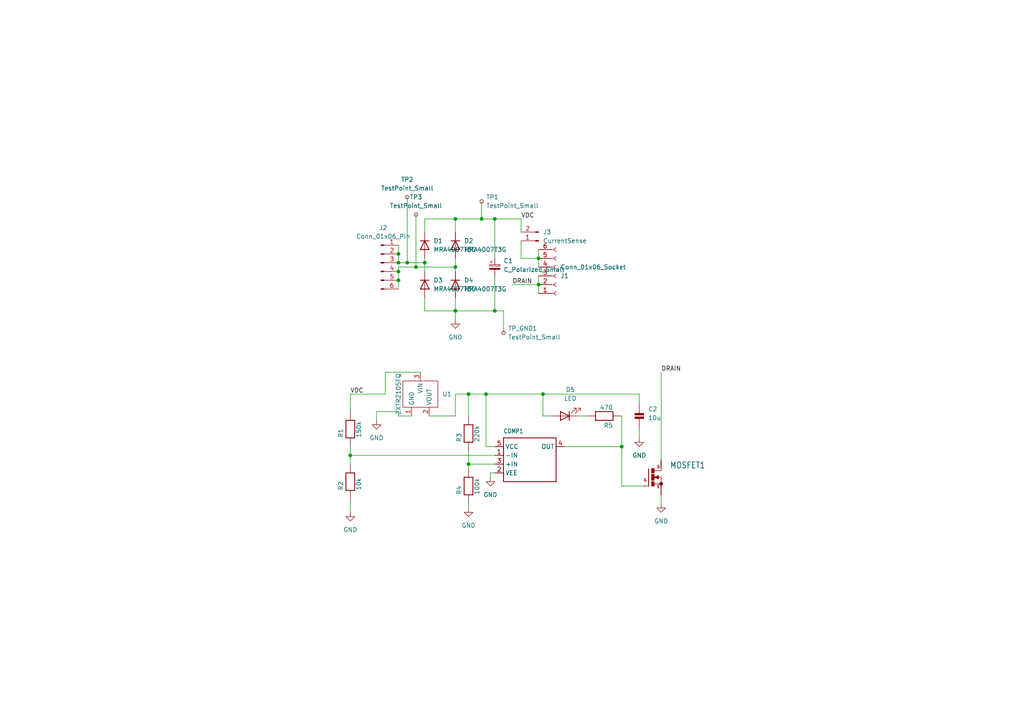
<source format=kicad_sch>
(kicad_sch (version 20230121) (generator eeschema)

  (uuid 03440668-3c82-43a1-ba2d-386432dd9ccf)

  (paper "A4")

  (lib_symbols
    (symbol "BRD-STEP-2_V1.1-eagle-import:BA8391G-TR" (in_bom yes) (on_board yes)
      (property "Reference" "COMP" (at -7.62 8.89 0)
        (effects (font (size 1.27 1.0795)) (justify left bottom))
      )
      (property "Value" "" (at -7.62 -7.62 0)
        (effects (font (size 1.27 1.0795)) (justify left bottom))
      )
      (property "Footprint" "BRD-STEP-2_V1.1:SS0P5" (at 0 0 0)
        (effects (font (size 1.27 1.27)) hide)
      )
      (property "Datasheet" "" (at 0 0 0)
        (effects (font (size 1.27 1.27)) hide)
      )
      (property "ki_locked" "" (at 0 0 0)
        (effects (font (size 1.27 1.27)))
      )
      (symbol "BA8391G-TR_1_0"
        (polyline
          (pts
            (xy -7.62 -5.08)
            (xy -7.62 7.62)
          )
          (stroke (width 0.254) (type solid))
          (fill (type none))
        )
        (polyline
          (pts
            (xy -7.62 7.62)
            (xy 7.62 7.62)
          )
          (stroke (width 0.254) (type solid))
          (fill (type none))
        )
        (polyline
          (pts
            (xy 7.62 -5.08)
            (xy -7.62 -5.08)
          )
          (stroke (width 0.254) (type solid))
          (fill (type none))
        )
        (polyline
          (pts
            (xy 7.62 7.62)
            (xy 7.62 -5.08)
          )
          (stroke (width 0.254) (type solid))
          (fill (type none))
        )
        (pin bidirectional line (at -10.16 2.54 0) (length 2.54)
          (name "-IN" (effects (font (size 1.27 1.27))))
          (number "1" (effects (font (size 1.27 1.27))))
        )
        (pin bidirectional line (at -10.16 -2.54 0) (length 2.54)
          (name "VEE" (effects (font (size 1.27 1.27))))
          (number "2" (effects (font (size 1.27 1.27))))
        )
        (pin bidirectional line (at -10.16 0 0) (length 2.54)
          (name "+IN" (effects (font (size 1.27 1.27))))
          (number "3" (effects (font (size 1.27 1.27))))
        )
        (pin bidirectional line (at 10.16 5.08 180) (length 2.54)
          (name "OUT" (effects (font (size 1.27 1.27))))
          (number "4" (effects (font (size 1.27 1.27))))
        )
        (pin bidirectional line (at -10.16 5.08 0) (length 2.54)
          (name "VCC" (effects (font (size 1.27 1.27))))
          (number "5" (effects (font (size 1.27 1.27))))
        )
      )
    )
    (symbol "BRD-STEP-2_V1.1-eagle-import:CAP_CERAMIC0805" (in_bom yes) (on_board yes)
      (property "Reference" "C" (at 2.54 2.54 0)
        (effects (font (size 1.27 1.27)) (justify left bottom))
      )
      (property "Value" "" (at 2.54 0 0)
        (effects (font (size 1.27 1.27)) (justify left bottom))
      )
      (property "Footprint" "BRD-STEP-2_V1.1:0805" (at 0 0 0)
        (effects (font (size 1.27 1.27)) hide)
      )
      (property "Datasheet" "" (at 0 0 0)
        (effects (font (size 1.27 1.27)) hide)
      )
      (property "ki_locked" "" (at 0 0 0)
        (effects (font (size 1.27 1.27)))
      )
      (symbol "CAP_CERAMIC0805_1_0"
        (rectangle (start -1.27 0.508) (end 1.27 1.016)
          (stroke (width 0) (type default))
          (fill (type outline))
        )
        (rectangle (start -1.27 1.524) (end 1.27 2.032)
          (stroke (width 0) (type default))
          (fill (type outline))
        )
        (polyline
          (pts
            (xy 0 0.762)
            (xy 0 0)
          )
          (stroke (width 0.1524) (type solid))
          (fill (type none))
        )
        (polyline
          (pts
            (xy 0 2.54)
            (xy 0 1.778)
          )
          (stroke (width 0.1524) (type solid))
          (fill (type none))
        )
        (pin passive line (at 0 5.08 270) (length 2.54)
          (name "P$1" (effects (font (size 0 0))))
          (number "1" (effects (font (size 0 0))))
        )
        (pin passive line (at 0 -2.54 90) (length 2.54)
          (name "P$2" (effects (font (size 0 0))))
          (number "2" (effects (font (size 0 0))))
        )
      )
    )
    (symbol "BRD-STEP-2_V1.1-eagle-import:N-MOSFET-SO8S" (in_bom yes) (on_board yes)
      (property "Reference" "Q" (at 5.08 2.54 0)
        (effects (font (size 1.778 1.5113)) (justify left bottom))
      )
      (property "Value" "" (at 5.08 0 0)
        (effects (font (size 1.778 1.5113)) (justify left bottom))
      )
      (property "Footprint" "BRD-STEP-2_V1.1:SO-08" (at 0 0 0)
        (effects (font (size 1.27 1.27)) hide)
      )
      (property "Datasheet" "" (at 0 0 0)
        (effects (font (size 1.27 1.27)) hide)
      )
      (property "ki_locked" "" (at 0 0 0)
        (effects (font (size 1.27 1.27)))
      )
      (symbol "N-MOSFET-SO8S_1_0"
        (rectangle (start -0.254 -2.54) (end 0.508 -1.27)
          (stroke (width 0) (type default))
          (fill (type outline))
        )
        (rectangle (start -0.254 -0.889) (end 0.508 0.889)
          (stroke (width 0) (type default))
          (fill (type outline))
        )
        (rectangle (start -0.254 1.27) (end 0.508 2.54)
          (stroke (width 0) (type default))
          (fill (type outline))
        )
        (polyline
          (pts
            (xy -1.1176 -2.54)
            (xy -2.54 -2.54)
          )
          (stroke (width 0.1524) (type solid))
          (fill (type none))
        )
        (polyline
          (pts
            (xy -1.1176 2.413)
            (xy -1.1176 -2.54)
          )
          (stroke (width 0.254) (type solid))
          (fill (type none))
        )
        (polyline
          (pts
            (xy 0.508 -1.905)
            (xy 2.54 -1.905)
          )
          (stroke (width 0.1524) (type solid))
          (fill (type none))
        )
        (polyline
          (pts
            (xy 0.508 0)
            (xy 1.778 -0.508)
          )
          (stroke (width 0.1524) (type solid))
          (fill (type none))
        )
        (polyline
          (pts
            (xy 0.762 0)
            (xy 1.651 -0.254)
          )
          (stroke (width 0.3048) (type solid))
          (fill (type none))
        )
        (polyline
          (pts
            (xy 1.651 -0.254)
            (xy 1.651 0)
          )
          (stroke (width 0.3048) (type solid))
          (fill (type none))
        )
        (polyline
          (pts
            (xy 1.651 0)
            (xy 1.397 0)
          )
          (stroke (width 0.3048) (type solid))
          (fill (type none))
        )
        (polyline
          (pts
            (xy 1.651 0)
            (xy 2.54 0)
          )
          (stroke (width 0.1524) (type solid))
          (fill (type none))
        )
        (polyline
          (pts
            (xy 1.651 0.254)
            (xy 0.762 0)
          )
          (stroke (width 0.3048) (type solid))
          (fill (type none))
        )
        (polyline
          (pts
            (xy 1.778 -0.508)
            (xy 1.778 0.508)
          )
          (stroke (width 0.1524) (type solid))
          (fill (type none))
        )
        (polyline
          (pts
            (xy 1.778 0.508)
            (xy 0.508 0)
          )
          (stroke (width 0.1524) (type solid))
          (fill (type none))
        )
        (polyline
          (pts
            (xy 2.54 -1.905)
            (xy 2.54 -2.54)
          )
          (stroke (width 0.1524) (type solid))
          (fill (type none))
        )
        (polyline
          (pts
            (xy 2.54 0)
            (xy 2.54 -1.905)
          )
          (stroke (width 0.1524) (type solid))
          (fill (type none))
        )
        (polyline
          (pts
            (xy 2.54 1.905)
            (xy 0.5334 1.905)
          )
          (stroke (width 0.1524) (type solid))
          (fill (type none))
        )
        (polyline
          (pts
            (xy 2.54 2.54)
            (xy 2.54 1.905)
          )
          (stroke (width 0.1524) (type solid))
          (fill (type none))
        )
        (circle (center 2.54 -1.905) (radius 0.127)
          (stroke (width 0.4064) (type solid))
          (fill (type none))
        )
        (text "D" (at 1.27 2.54 0)
          (effects (font (size 0.8128 0.6908)) (justify left bottom))
        )
        (text "G" (at -2.54 -1.27 0)
          (effects (font (size 0.8128 0.6908)) (justify left bottom))
        )
        (text "S" (at 1.27 -3.175 0)
          (effects (font (size 0.8128 0.6908)) (justify left bottom))
        )
        (pin passive line (at 2.54 -5.08 90) (length 2.54)
          (name "S" (effects (font (size 0 0))))
          (number "1" (effects (font (size 0 0))))
        )
        (pin passive line (at 2.54 -5.08 90) (length 2.54)
          (name "S" (effects (font (size 0 0))))
          (number "2" (effects (font (size 0 0))))
        )
        (pin passive line (at 2.54 -5.08 90) (length 2.54)
          (name "S" (effects (font (size 0 0))))
          (number "3" (effects (font (size 0 0))))
        )
        (pin passive line (at -2.54 -2.54 0) (length 0)
          (name "G" (effects (font (size 0 0))))
          (number "4" (effects (font (size 0 0))))
        )
        (pin passive line (at 2.54 5.08 270) (length 2.54)
          (name "D" (effects (font (size 0 0))))
          (number "5" (effects (font (size 0 0))))
        )
        (pin passive line (at 2.54 5.08 270) (length 2.54)
          (name "D" (effects (font (size 0 0))))
          (number "6" (effects (font (size 0 0))))
        )
        (pin passive line (at 2.54 5.08 270) (length 2.54)
          (name "D" (effects (font (size 0 0))))
          (number "7" (effects (font (size 0 0))))
        )
        (pin passive line (at 2.54 5.08 270) (length 2.54)
          (name "D" (effects (font (size 0 0))))
          (number "8" (effects (font (size 0 0))))
        )
      )
    )
    (symbol "BRD-STEP-2_V1.1-eagle-import:RESISTOR0603" (in_bom yes) (on_board yes)
      (property "Reference" "R" (at -2.54 2.032 0)
        (effects (font (size 1.27 1.27)) (justify left bottom))
      )
      (property "Value" "" (at -2.54 -3.175 0)
        (effects (font (size 1.27 1.27)) (justify left bottom))
      )
      (property "Footprint" "BRD-STEP-2_V1.1:0603" (at 0 0 0)
        (effects (font (size 1.27 1.27)) hide)
      )
      (property "Datasheet" "" (at 0 0 0)
        (effects (font (size 1.27 1.27)) hide)
      )
      (property "ki_locked" "" (at 0 0 0)
        (effects (font (size 1.27 1.27)))
      )
      (symbol "RESISTOR0603_1_0"
        (polyline
          (pts
            (xy -2.54 -1.27)
            (xy -2.54 1.27)
          )
          (stroke (width 0.254) (type solid))
          (fill (type none))
        )
        (polyline
          (pts
            (xy -2.54 1.27)
            (xy 2.54 1.27)
          )
          (stroke (width 0.254) (type solid))
          (fill (type none))
        )
        (polyline
          (pts
            (xy 2.54 -1.27)
            (xy -2.54 -1.27)
          )
          (stroke (width 0.254) (type solid))
          (fill (type none))
        )
        (polyline
          (pts
            (xy 2.54 1.27)
            (xy 2.54 -1.27)
          )
          (stroke (width 0.254) (type solid))
          (fill (type none))
        )
        (pin passive line (at -5.08 0 0) (length 2.54)
          (name "1" (effects (font (size 0 0))))
          (number "1" (effects (font (size 0 0))))
        )
        (pin passive line (at 5.08 0 180) (length 2.54)
          (name "2" (effects (font (size 0 0))))
          (number "2" (effects (font (size 0 0))))
        )
      )
    )
    (symbol "Connector:Conn_01x02_Pin" (pin_names (offset 1.016) hide) (in_bom yes) (on_board yes)
      (property "Reference" "J" (at 0 2.54 0)
        (effects (font (size 1.27 1.27)))
      )
      (property "Value" "Conn_01x02_Pin" (at 0 -5.08 0)
        (effects (font (size 1.27 1.27)))
      )
      (property "Footprint" "" (at 0 0 0)
        (effects (font (size 1.27 1.27)) hide)
      )
      (property "Datasheet" "~" (at 0 0 0)
        (effects (font (size 1.27 1.27)) hide)
      )
      (property "ki_locked" "" (at 0 0 0)
        (effects (font (size 1.27 1.27)))
      )
      (property "ki_keywords" "connector" (at 0 0 0)
        (effects (font (size 1.27 1.27)) hide)
      )
      (property "ki_description" "Generic connector, single row, 01x02, script generated" (at 0 0 0)
        (effects (font (size 1.27 1.27)) hide)
      )
      (property "ki_fp_filters" "Connector*:*_1x??_*" (at 0 0 0)
        (effects (font (size 1.27 1.27)) hide)
      )
      (symbol "Conn_01x02_Pin_1_1"
        (polyline
          (pts
            (xy 1.27 -2.54)
            (xy 0.8636 -2.54)
          )
          (stroke (width 0.1524) (type default))
          (fill (type none))
        )
        (polyline
          (pts
            (xy 1.27 0)
            (xy 0.8636 0)
          )
          (stroke (width 0.1524) (type default))
          (fill (type none))
        )
        (rectangle (start 0.8636 -2.413) (end 0 -2.667)
          (stroke (width 0.1524) (type default))
          (fill (type outline))
        )
        (rectangle (start 0.8636 0.127) (end 0 -0.127)
          (stroke (width 0.1524) (type default))
          (fill (type outline))
        )
        (pin passive line (at 5.08 0 180) (length 3.81)
          (name "Pin_1" (effects (font (size 1.27 1.27))))
          (number "1" (effects (font (size 1.27 1.27))))
        )
        (pin passive line (at 5.08 -2.54 180) (length 3.81)
          (name "Pin_2" (effects (font (size 1.27 1.27))))
          (number "2" (effects (font (size 1.27 1.27))))
        )
      )
    )
    (symbol "Connector:Conn_01x06_Pin" (pin_names (offset 1.016) hide) (in_bom yes) (on_board yes)
      (property "Reference" "J" (at 0 7.62 0)
        (effects (font (size 1.27 1.27)))
      )
      (property "Value" "Conn_01x06_Pin" (at 0 -10.16 0)
        (effects (font (size 1.27 1.27)))
      )
      (property "Footprint" "" (at 0 0 0)
        (effects (font (size 1.27 1.27)) hide)
      )
      (property "Datasheet" "~" (at 0 0 0)
        (effects (font (size 1.27 1.27)) hide)
      )
      (property "ki_locked" "" (at 0 0 0)
        (effects (font (size 1.27 1.27)))
      )
      (property "ki_keywords" "connector" (at 0 0 0)
        (effects (font (size 1.27 1.27)) hide)
      )
      (property "ki_description" "Generic connector, single row, 01x06, script generated" (at 0 0 0)
        (effects (font (size 1.27 1.27)) hide)
      )
      (property "ki_fp_filters" "Connector*:*_1x??_*" (at 0 0 0)
        (effects (font (size 1.27 1.27)) hide)
      )
      (symbol "Conn_01x06_Pin_1_1"
        (polyline
          (pts
            (xy 1.27 -7.62)
            (xy 0.8636 -7.62)
          )
          (stroke (width 0.1524) (type default))
          (fill (type none))
        )
        (polyline
          (pts
            (xy 1.27 -5.08)
            (xy 0.8636 -5.08)
          )
          (stroke (width 0.1524) (type default))
          (fill (type none))
        )
        (polyline
          (pts
            (xy 1.27 -2.54)
            (xy 0.8636 -2.54)
          )
          (stroke (width 0.1524) (type default))
          (fill (type none))
        )
        (polyline
          (pts
            (xy 1.27 0)
            (xy 0.8636 0)
          )
          (stroke (width 0.1524) (type default))
          (fill (type none))
        )
        (polyline
          (pts
            (xy 1.27 2.54)
            (xy 0.8636 2.54)
          )
          (stroke (width 0.1524) (type default))
          (fill (type none))
        )
        (polyline
          (pts
            (xy 1.27 5.08)
            (xy 0.8636 5.08)
          )
          (stroke (width 0.1524) (type default))
          (fill (type none))
        )
        (rectangle (start 0.8636 -7.493) (end 0 -7.747)
          (stroke (width 0.1524) (type default))
          (fill (type outline))
        )
        (rectangle (start 0.8636 -4.953) (end 0 -5.207)
          (stroke (width 0.1524) (type default))
          (fill (type outline))
        )
        (rectangle (start 0.8636 -2.413) (end 0 -2.667)
          (stroke (width 0.1524) (type default))
          (fill (type outline))
        )
        (rectangle (start 0.8636 0.127) (end 0 -0.127)
          (stroke (width 0.1524) (type default))
          (fill (type outline))
        )
        (rectangle (start 0.8636 2.667) (end 0 2.413)
          (stroke (width 0.1524) (type default))
          (fill (type outline))
        )
        (rectangle (start 0.8636 5.207) (end 0 4.953)
          (stroke (width 0.1524) (type default))
          (fill (type outline))
        )
        (pin passive line (at 5.08 5.08 180) (length 3.81)
          (name "Pin_1" (effects (font (size 1.27 1.27))))
          (number "1" (effects (font (size 1.27 1.27))))
        )
        (pin passive line (at 5.08 2.54 180) (length 3.81)
          (name "Pin_2" (effects (font (size 1.27 1.27))))
          (number "2" (effects (font (size 1.27 1.27))))
        )
        (pin passive line (at 5.08 0 180) (length 3.81)
          (name "Pin_3" (effects (font (size 1.27 1.27))))
          (number "3" (effects (font (size 1.27 1.27))))
        )
        (pin passive line (at 5.08 -2.54 180) (length 3.81)
          (name "Pin_4" (effects (font (size 1.27 1.27))))
          (number "4" (effects (font (size 1.27 1.27))))
        )
        (pin passive line (at 5.08 -5.08 180) (length 3.81)
          (name "Pin_5" (effects (font (size 1.27 1.27))))
          (number "5" (effects (font (size 1.27 1.27))))
        )
        (pin passive line (at 5.08 -7.62 180) (length 3.81)
          (name "Pin_6" (effects (font (size 1.27 1.27))))
          (number "6" (effects (font (size 1.27 1.27))))
        )
      )
    )
    (symbol "Connector:Conn_01x06_Socket" (pin_names (offset 1.016) hide) (in_bom yes) (on_board yes)
      (property "Reference" "J" (at 0 7.62 0)
        (effects (font (size 1.27 1.27)))
      )
      (property "Value" "Conn_01x06_Socket" (at 0 -10.16 0)
        (effects (font (size 1.27 1.27)))
      )
      (property "Footprint" "" (at 0 0 0)
        (effects (font (size 1.27 1.27)) hide)
      )
      (property "Datasheet" "~" (at 0 0 0)
        (effects (font (size 1.27 1.27)) hide)
      )
      (property "ki_locked" "" (at 0 0 0)
        (effects (font (size 1.27 1.27)))
      )
      (property "ki_keywords" "connector" (at 0 0 0)
        (effects (font (size 1.27 1.27)) hide)
      )
      (property "ki_description" "Generic connector, single row, 01x06, script generated" (at 0 0 0)
        (effects (font (size 1.27 1.27)) hide)
      )
      (property "ki_fp_filters" "Connector*:*_1x??_*" (at 0 0 0)
        (effects (font (size 1.27 1.27)) hide)
      )
      (symbol "Conn_01x06_Socket_1_1"
        (arc (start 0 -7.112) (mid -0.5058 -7.62) (end 0 -8.128)
          (stroke (width 0.1524) (type default))
          (fill (type none))
        )
        (arc (start 0 -4.572) (mid -0.5058 -5.08) (end 0 -5.588)
          (stroke (width 0.1524) (type default))
          (fill (type none))
        )
        (arc (start 0 -2.032) (mid -0.5058 -2.54) (end 0 -3.048)
          (stroke (width 0.1524) (type default))
          (fill (type none))
        )
        (polyline
          (pts
            (xy -1.27 -7.62)
            (xy -0.508 -7.62)
          )
          (stroke (width 0.1524) (type default))
          (fill (type none))
        )
        (polyline
          (pts
            (xy -1.27 -5.08)
            (xy -0.508 -5.08)
          )
          (stroke (width 0.1524) (type default))
          (fill (type none))
        )
        (polyline
          (pts
            (xy -1.27 -2.54)
            (xy -0.508 -2.54)
          )
          (stroke (width 0.1524) (type default))
          (fill (type none))
        )
        (polyline
          (pts
            (xy -1.27 0)
            (xy -0.508 0)
          )
          (stroke (width 0.1524) (type default))
          (fill (type none))
        )
        (polyline
          (pts
            (xy -1.27 2.54)
            (xy -0.508 2.54)
          )
          (stroke (width 0.1524) (type default))
          (fill (type none))
        )
        (polyline
          (pts
            (xy -1.27 5.08)
            (xy -0.508 5.08)
          )
          (stroke (width 0.1524) (type default))
          (fill (type none))
        )
        (arc (start 0 0.508) (mid -0.5058 0) (end 0 -0.508)
          (stroke (width 0.1524) (type default))
          (fill (type none))
        )
        (arc (start 0 3.048) (mid -0.5058 2.54) (end 0 2.032)
          (stroke (width 0.1524) (type default))
          (fill (type none))
        )
        (arc (start 0 5.588) (mid -0.5058 5.08) (end 0 4.572)
          (stroke (width 0.1524) (type default))
          (fill (type none))
        )
        (pin passive line (at -5.08 5.08 0) (length 3.81)
          (name "Pin_1" (effects (font (size 1.27 1.27))))
          (number "1" (effects (font (size 1.27 1.27))))
        )
        (pin passive line (at -5.08 2.54 0) (length 3.81)
          (name "Pin_2" (effects (font (size 1.27 1.27))))
          (number "2" (effects (font (size 1.27 1.27))))
        )
        (pin passive line (at -5.08 0 0) (length 3.81)
          (name "Pin_3" (effects (font (size 1.27 1.27))))
          (number "3" (effects (font (size 1.27 1.27))))
        )
        (pin passive line (at -5.08 -2.54 0) (length 3.81)
          (name "Pin_4" (effects (font (size 1.27 1.27))))
          (number "4" (effects (font (size 1.27 1.27))))
        )
        (pin passive line (at -5.08 -5.08 0) (length 3.81)
          (name "Pin_5" (effects (font (size 1.27 1.27))))
          (number "5" (effects (font (size 1.27 1.27))))
        )
        (pin passive line (at -5.08 -7.62 0) (length 3.81)
          (name "Pin_6" (effects (font (size 1.27 1.27))))
          (number "6" (effects (font (size 1.27 1.27))))
        )
      )
    )
    (symbol "Connector:TestPoint_Small" (pin_numbers hide) (pin_names (offset 0.762) hide) (in_bom yes) (on_board yes)
      (property "Reference" "TP" (at 0 3.81 0)
        (effects (font (size 1.27 1.27)))
      )
      (property "Value" "TestPoint_Small" (at 0 2.032 0)
        (effects (font (size 1.27 1.27)))
      )
      (property "Footprint" "" (at 5.08 0 0)
        (effects (font (size 1.27 1.27)) hide)
      )
      (property "Datasheet" "~" (at 5.08 0 0)
        (effects (font (size 1.27 1.27)) hide)
      )
      (property "ki_keywords" "test point tp" (at 0 0 0)
        (effects (font (size 1.27 1.27)) hide)
      )
      (property "ki_description" "test point" (at 0 0 0)
        (effects (font (size 1.27 1.27)) hide)
      )
      (property "ki_fp_filters" "Pin* Test*" (at 0 0 0)
        (effects (font (size 1.27 1.27)) hide)
      )
      (symbol "TestPoint_Small_0_1"
        (circle (center 0 0) (radius 0.508)
          (stroke (width 0) (type default))
          (fill (type none))
        )
      )
      (symbol "TestPoint_Small_1_1"
        (pin passive line (at 0 0 90) (length 0)
          (name "1" (effects (font (size 1.27 1.27))))
          (number "1" (effects (font (size 1.27 1.27))))
        )
      )
    )
    (symbol "Device:C_Polarized_Small" (pin_numbers hide) (pin_names (offset 0.254) hide) (in_bom yes) (on_board yes)
      (property "Reference" "C" (at 0.254 1.778 0)
        (effects (font (size 1.27 1.27)) (justify left))
      )
      (property "Value" "C_Polarized_Small" (at 0.254 -2.032 0)
        (effects (font (size 1.27 1.27)) (justify left))
      )
      (property "Footprint" "" (at 0 0 0)
        (effects (font (size 1.27 1.27)) hide)
      )
      (property "Datasheet" "~" (at 0 0 0)
        (effects (font (size 1.27 1.27)) hide)
      )
      (property "ki_keywords" "cap capacitor" (at 0 0 0)
        (effects (font (size 1.27 1.27)) hide)
      )
      (property "ki_description" "Polarized capacitor, small symbol" (at 0 0 0)
        (effects (font (size 1.27 1.27)) hide)
      )
      (property "ki_fp_filters" "CP_*" (at 0 0 0)
        (effects (font (size 1.27 1.27)) hide)
      )
      (symbol "C_Polarized_Small_0_1"
        (rectangle (start -1.524 -0.3048) (end 1.524 -0.6858)
          (stroke (width 0) (type default))
          (fill (type outline))
        )
        (rectangle (start -1.524 0.6858) (end 1.524 0.3048)
          (stroke (width 0) (type default))
          (fill (type none))
        )
        (polyline
          (pts
            (xy -1.27 1.524)
            (xy -0.762 1.524)
          )
          (stroke (width 0) (type default))
          (fill (type none))
        )
        (polyline
          (pts
            (xy -1.016 1.27)
            (xy -1.016 1.778)
          )
          (stroke (width 0) (type default))
          (fill (type none))
        )
      )
      (symbol "C_Polarized_Small_1_1"
        (pin passive line (at 0 2.54 270) (length 1.8542)
          (name "~" (effects (font (size 1.27 1.27))))
          (number "1" (effects (font (size 1.27 1.27))))
        )
        (pin passive line (at 0 -2.54 90) (length 1.8542)
          (name "~" (effects (font (size 1.27 1.27))))
          (number "2" (effects (font (size 1.27 1.27))))
        )
      )
    )
    (symbol "Device:LED" (pin_numbers hide) (pin_names (offset 1.016) hide) (in_bom yes) (on_board yes)
      (property "Reference" "D" (at 0 2.54 0)
        (effects (font (size 1.27 1.27)))
      )
      (property "Value" "LED" (at 0 -2.54 0)
        (effects (font (size 1.27 1.27)))
      )
      (property "Footprint" "" (at 0 0 0)
        (effects (font (size 1.27 1.27)) hide)
      )
      (property "Datasheet" "~" (at 0 0 0)
        (effects (font (size 1.27 1.27)) hide)
      )
      (property "ki_keywords" "LED diode" (at 0 0 0)
        (effects (font (size 1.27 1.27)) hide)
      )
      (property "ki_description" "Light emitting diode" (at 0 0 0)
        (effects (font (size 1.27 1.27)) hide)
      )
      (property "ki_fp_filters" "LED* LED_SMD:* LED_THT:*" (at 0 0 0)
        (effects (font (size 1.27 1.27)) hide)
      )
      (symbol "LED_0_1"
        (polyline
          (pts
            (xy -1.27 -1.27)
            (xy -1.27 1.27)
          )
          (stroke (width 0.254) (type default))
          (fill (type none))
        )
        (polyline
          (pts
            (xy -1.27 0)
            (xy 1.27 0)
          )
          (stroke (width 0) (type default))
          (fill (type none))
        )
        (polyline
          (pts
            (xy 1.27 -1.27)
            (xy 1.27 1.27)
            (xy -1.27 0)
            (xy 1.27 -1.27)
          )
          (stroke (width 0.254) (type default))
          (fill (type none))
        )
        (polyline
          (pts
            (xy -3.048 -0.762)
            (xy -4.572 -2.286)
            (xy -3.81 -2.286)
            (xy -4.572 -2.286)
            (xy -4.572 -1.524)
          )
          (stroke (width 0) (type default))
          (fill (type none))
        )
        (polyline
          (pts
            (xy -1.778 -0.762)
            (xy -3.302 -2.286)
            (xy -2.54 -2.286)
            (xy -3.302 -2.286)
            (xy -3.302 -1.524)
          )
          (stroke (width 0) (type default))
          (fill (type none))
        )
      )
      (symbol "LED_1_1"
        (pin passive line (at -3.81 0 0) (length 2.54)
          (name "K" (effects (font (size 1.27 1.27))))
          (number "1" (effects (font (size 1.27 1.27))))
        )
        (pin passive line (at 3.81 0 180) (length 2.54)
          (name "A" (effects (font (size 1.27 1.27))))
          (number "2" (effects (font (size 1.27 1.27))))
        )
      )
    )
    (symbol "Diode:MRA4007T3G" (pin_numbers hide) (pin_names hide) (in_bom yes) (on_board yes)
      (property "Reference" "D" (at 0 2.54 0)
        (effects (font (size 1.27 1.27)))
      )
      (property "Value" "MRA4007T3G" (at 0 -2.54 0)
        (effects (font (size 1.27 1.27)))
      )
      (property "Footprint" "Diode_SMD:D_SMA" (at 0 -4.445 0)
        (effects (font (size 1.27 1.27)) hide)
      )
      (property "Datasheet" "http://www.onsemi.com/pub_link/Collateral/MRA4003T3-D.PDF" (at 0 0 0)
        (effects (font (size 1.27 1.27)) hide)
      )
      (property "Sim.Device" "D" (at 0 0 0)
        (effects (font (size 1.27 1.27)) hide)
      )
      (property "Sim.Pins" "1=K 2=A" (at 0 0 0)
        (effects (font (size 1.27 1.27)) hide)
      )
      (property "ki_keywords" "diode" (at 0 0 0)
        (effects (font (size 1.27 1.27)) hide)
      )
      (property "ki_description" "1000V, 1A, General Purpose Rectifier Diode, SMA(DO-214AC)" (at 0 0 0)
        (effects (font (size 1.27 1.27)) hide)
      )
      (property "ki_fp_filters" "D*SMA*" (at 0 0 0)
        (effects (font (size 1.27 1.27)) hide)
      )
      (symbol "MRA4007T3G_0_1"
        (polyline
          (pts
            (xy -1.27 1.27)
            (xy -1.27 -1.27)
          )
          (stroke (width 0.254) (type default))
          (fill (type none))
        )
        (polyline
          (pts
            (xy 1.27 0)
            (xy -1.27 0)
          )
          (stroke (width 0) (type default))
          (fill (type none))
        )
        (polyline
          (pts
            (xy 1.27 1.27)
            (xy 1.27 -1.27)
            (xy -1.27 0)
            (xy 1.27 1.27)
          )
          (stroke (width 0.254) (type default))
          (fill (type none))
        )
      )
      (symbol "MRA4007T3G_1_1"
        (pin passive line (at -3.81 0 0) (length 2.54)
          (name "K" (effects (font (size 1.27 1.27))))
          (number "1" (effects (font (size 1.27 1.27))))
        )
        (pin passive line (at 3.81 0 180) (length 2.54)
          (name "A" (effects (font (size 1.27 1.27))))
          (number "2" (effects (font (size 1.27 1.27))))
        )
      )
    )
    (symbol "LLL_library:ZXTR2105FQ" (in_bom yes) (on_board yes)
      (property "Reference" "U" (at 0 6.35 0)
        (effects (font (size 1.27 1.27)))
      )
      (property "Value" "" (at 0 1.27 0)
        (effects (font (size 1.27 1.27)))
      )
      (property "Footprint" "" (at 0 1.27 0)
        (effects (font (size 1.27 1.27)) hide)
      )
      (property "Datasheet" "" (at 0 1.27 0)
        (effects (font (size 1.27 1.27)) hide)
      )
      (symbol "ZXTR2105FQ_0_1"
        (rectangle (start -3.81 5.08) (end 3.81 -5.08)
          (stroke (width 0) (type default))
          (fill (type none))
        )
      )
      (symbol "ZXTR2105FQ_1_1"
        (pin input line (at -6.35 2.54 0) (length 2.54)
          (name "GND" (effects (font (size 1.27 1.27))))
          (number "1" (effects (font (size 1.27 1.27))))
        )
        (pin output line (at -6.35 -2.54 0) (length 2.54)
          (name "VOUT" (effects (font (size 1.27 1.27))))
          (number "2" (effects (font (size 1.27 1.27))))
        )
        (pin input line (at 6.35 0 180) (length 2.54)
          (name "VIN" (effects (font (size 1.27 1.27))))
          (number "3" (effects (font (size 1.27 1.27))))
        )
      )
    )
    (symbol "power:GND" (power) (pin_names (offset 0)) (in_bom yes) (on_board yes)
      (property "Reference" "#PWR" (at 0 -6.35 0)
        (effects (font (size 1.27 1.27)) hide)
      )
      (property "Value" "GND" (at 0 -3.81 0)
        (effects (font (size 1.27 1.27)))
      )
      (property "Footprint" "" (at 0 0 0)
        (effects (font (size 1.27 1.27)) hide)
      )
      (property "Datasheet" "" (at 0 0 0)
        (effects (font (size 1.27 1.27)) hide)
      )
      (property "ki_keywords" "global power" (at 0 0 0)
        (effects (font (size 1.27 1.27)) hide)
      )
      (property "ki_description" "Power symbol creates a global label with name \"GND\" , ground" (at 0 0 0)
        (effects (font (size 1.27 1.27)) hide)
      )
      (symbol "GND_0_1"
        (polyline
          (pts
            (xy 0 0)
            (xy 0 -1.27)
            (xy 1.27 -1.27)
            (xy 0 -2.54)
            (xy -1.27 -1.27)
            (xy 0 -1.27)
          )
          (stroke (width 0) (type default))
          (fill (type none))
        )
      )
      (symbol "GND_1_1"
        (pin power_in line (at 0 0 270) (length 0) hide
          (name "GND" (effects (font (size 1.27 1.27))))
          (number "1" (effects (font (size 1.27 1.27))))
        )
      )
    )
  )

  (junction (at 115.57 73.66) (diameter 0) (color 0 0 0 0)
    (uuid 0479bce7-099e-4483-b90c-abeb39d7d96a)
  )
  (junction (at 132.08 90.17) (diameter 0) (color 0 0 0 0)
    (uuid 0efe57da-3320-4ab7-9525-4640f1b5c643)
  )
  (junction (at 157.48 114.3) (diameter 0) (color 0 0 0 0)
    (uuid 254c5c07-6563-488b-9598-bbb1e0ddcc6b)
  )
  (junction (at 123.19 76.2) (diameter 0) (color 0 0 0 0)
    (uuid 2c7000b1-2804-4048-a7dd-939349e8f6bd)
  )
  (junction (at 180.34 129.54) (diameter 0) (color 0 0 0 0)
    (uuid 2e1b9679-0d83-4a75-823f-78a253aa6596)
  )
  (junction (at 135.89 134.62) (diameter 0) (color 0 0 0 0)
    (uuid 37b8808e-8230-4069-a7e4-b71e177db639)
  )
  (junction (at 115.57 78.74) (diameter 0) (color 0 0 0 0)
    (uuid 424562fb-c580-4a5f-a2e8-75c3a420a29d)
  )
  (junction (at 132.08 63.5) (diameter 0) (color 0 0 0 0)
    (uuid 46fc7589-38b0-48ae-89ed-f82080529886)
  )
  (junction (at 139.7 63.5) (diameter 0) (color 0 0 0 0)
    (uuid 4ad22d3c-4151-4ac4-90f9-dbd52e3b97d0)
  )
  (junction (at 156.21 82.55) (diameter 0) (color 0 0 0 0)
    (uuid 4adce0c9-92c1-4178-bab0-6ca24248119e)
  )
  (junction (at 118.11 76.2) (diameter 0) (color 0 0 0 0)
    (uuid 4fb61232-0ce2-4977-90bb-55e29be37911)
  )
  (junction (at 115.57 76.2) (diameter 0) (color 0 0 0 0)
    (uuid 5fb94d76-2b1a-408f-b8e7-ce242fcfb057)
  )
  (junction (at 156.21 74.93) (diameter 0) (color 0 0 0 0)
    (uuid 7296fd8d-58ff-400e-991d-f32db1b6428c)
  )
  (junction (at 135.89 114.3) (diameter 0) (color 0 0 0 0)
    (uuid 7945b2f6-7ac8-45a0-a47b-359d83835a84)
  )
  (junction (at 120.65 77.47) (diameter 0) (color 0 0 0 0)
    (uuid 7c87b832-3889-42b2-9f45-a2104f18b698)
  )
  (junction (at 140.97 114.3) (diameter 0) (color 0 0 0 0)
    (uuid 87762f02-780f-40f0-8e17-884399b74c7c)
  )
  (junction (at 115.57 81.28) (diameter 0) (color 0 0 0 0)
    (uuid 96fbd5c8-b895-4c52-884c-cebb75b108af)
  )
  (junction (at 143.51 90.17) (diameter 0) (color 0 0 0 0)
    (uuid a020c364-855a-427a-b940-3308f5baf45c)
  )
  (junction (at 143.51 63.5) (diameter 0) (color 0 0 0 0)
    (uuid c16e52cd-3afd-4c76-b79a-30bc96acb1c4)
  )
  (junction (at 101.6 132.08) (diameter 0) (color 0 0 0 0)
    (uuid c720aa5f-85c1-46c6-ba7b-c47267c431b2)
  )
  (junction (at 132.08 77.47) (diameter 0) (color 0 0 0 0)
    (uuid d517889c-f11d-414b-81dc-f56f0ece4e1e)
  )

  (wire (pts (xy 142.24 137.16) (xy 142.24 138.43))
    (stroke (width 0) (type default))
    (uuid 066027da-0ce1-4c97-80f0-ddb16065af10)
  )
  (wire (pts (xy 111.76 114.3) (xy 111.76 107.95))
    (stroke (width 0.1524) (type solid))
    (uuid 12bba13c-8c15-43eb-be83-76579951a6f8)
  )
  (wire (pts (xy 146.05 90.17) (xy 146.05 96.52))
    (stroke (width 0) (type default))
    (uuid 1587b3c8-3741-49b4-b9ae-0ecc0df739e1)
  )
  (wire (pts (xy 180.34 129.54) (xy 180.34 120.65))
    (stroke (width 0) (type default))
    (uuid 1db87eb9-7a8f-42cd-9d0e-5ef510ec6b5b)
  )
  (wire (pts (xy 123.19 76.2) (xy 123.19 78.74))
    (stroke (width 0) (type default))
    (uuid 1ddec05c-07d4-483d-b995-44b45f4b2494)
  )
  (wire (pts (xy 132.08 77.47) (xy 132.08 78.74))
    (stroke (width 0) (type default))
    (uuid 1e6ca9fe-c716-4a16-af47-9cc60c267a4a)
  )
  (wire (pts (xy 118.11 76.2) (xy 123.19 76.2))
    (stroke (width 0) (type default))
    (uuid 23ccf7d4-e7dd-4d47-a295-dfd250c51674)
  )
  (wire (pts (xy 135.89 114.3) (xy 140.97 114.3))
    (stroke (width 0.1524) (type solid))
    (uuid 27b669a3-c77c-40d5-865e-545da3a24f0e)
  )
  (wire (pts (xy 115.57 76.2) (xy 118.11 76.2))
    (stroke (width 0) (type default))
    (uuid 2a6e37cf-8944-41be-9b17-1749c8aac01e)
  )
  (wire (pts (xy 163.83 129.54) (xy 180.34 129.54))
    (stroke (width 0) (type default))
    (uuid 2f1b4560-3db8-4a16-9018-6fc816e2637e)
  )
  (wire (pts (xy 140.97 114.3) (xy 157.48 114.3))
    (stroke (width 0.1524) (type solid))
    (uuid 3155bae8-9a1e-4ba0-a6f1-5a206d9de004)
  )
  (wire (pts (xy 101.6 119.38) (xy 101.6 114.3))
    (stroke (width 0) (type default))
    (uuid 31a88053-c7d4-4c15-9da3-a804246f4b46)
  )
  (wire (pts (xy 157.48 120.65) (xy 157.48 114.3))
    (stroke (width 0) (type default))
    (uuid 345be069-9812-4e11-b836-fd00e647430c)
  )
  (wire (pts (xy 132.08 114.3) (xy 135.89 114.3))
    (stroke (width 0.1524) (type solid))
    (uuid 36030e70-3f5c-403c-92a1-7e96c4752c5d)
  )
  (wire (pts (xy 135.89 134.62) (xy 135.89 135.89))
    (stroke (width 0) (type default))
    (uuid 3a300a86-6c5c-4a60-b142-c4e23cfce9fa)
  )
  (wire (pts (xy 115.57 120.65) (xy 119.38 120.65))
    (stroke (width 0.1524) (type solid))
    (uuid 3a93327d-ebc3-4b61-99a6-170f5a10ff24)
  )
  (wire (pts (xy 160.02 120.65) (xy 157.48 120.65))
    (stroke (width 0) (type default))
    (uuid 3aac9893-1e7f-494d-8f38-940bcf8735f5)
  )
  (wire (pts (xy 185.42 127) (xy 185.42 124.46))
    (stroke (width 0.1524) (type solid))
    (uuid 3c902d5f-d824-4a44-b481-7e59a07ab4b7)
  )
  (wire (pts (xy 115.57 77.47) (xy 115.57 78.74))
    (stroke (width 0) (type default))
    (uuid 43d5841b-7695-475c-9752-9739bf90820b)
  )
  (wire (pts (xy 167.64 120.65) (xy 170.18 120.65))
    (stroke (width 0) (type default))
    (uuid 440da4a2-7911-4fd1-9cfd-060431bb82c1)
  )
  (wire (pts (xy 156.21 80.01) (xy 156.21 82.55))
    (stroke (width 0) (type default))
    (uuid 467b8432-c23c-4ebc-8676-720a3f5fee7e)
  )
  (wire (pts (xy 120.65 77.47) (xy 132.08 77.47))
    (stroke (width 0) (type default))
    (uuid 4a9f5c19-ffa8-4d42-9849-c85dbd8e3bfb)
  )
  (wire (pts (xy 132.08 90.17) (xy 132.08 86.36))
    (stroke (width 0) (type default))
    (uuid 5075fd58-2197-4ef7-91f5-686f31a753bf)
  )
  (wire (pts (xy 132.08 63.5) (xy 132.08 67.31))
    (stroke (width 0) (type default))
    (uuid 50e7e263-6685-43c9-9b1d-2a9ee4116a8e)
  )
  (wire (pts (xy 135.89 134.62) (xy 143.51 134.62))
    (stroke (width 0) (type default))
    (uuid 585cfece-2cec-4df8-b0a1-5325395c2b15)
  )
  (wire (pts (xy 132.08 90.17) (xy 132.08 92.71))
    (stroke (width 0) (type default))
    (uuid 5bf26d84-8427-490b-ba1b-49215561d559)
  )
  (wire (pts (xy 109.22 119.38) (xy 115.57 119.38))
    (stroke (width 0.1524) (type solid))
    (uuid 5cba18bd-6575-431a-9ab9-1bb81ebb5aa7)
  )
  (wire (pts (xy 101.6 144.78) (xy 101.6 148.59))
    (stroke (width 0) (type default))
    (uuid 5d55ef2d-7469-4246-9fad-ef4724928b4e)
  )
  (wire (pts (xy 124.46 120.65) (xy 132.08 120.65))
    (stroke (width 0) (type default))
    (uuid 607649fc-dd5e-4607-bf62-36fc34c4bf21)
  )
  (wire (pts (xy 151.13 74.93) (xy 156.21 74.93))
    (stroke (width 0) (type default))
    (uuid 6198b1e3-68d3-4d1f-877d-611fd90912d3)
  )
  (wire (pts (xy 157.48 114.3) (xy 185.42 114.3))
    (stroke (width 0.1524) (type solid))
    (uuid 65c3f9b5-9e99-40ea-b2df-3e7e61719f1f)
  )
  (wire (pts (xy 132.08 90.17) (xy 143.51 90.17))
    (stroke (width 0) (type default))
    (uuid 678623b4-228c-403e-9b42-e704b957545c)
  )
  (wire (pts (xy 123.19 90.17) (xy 132.08 90.17))
    (stroke (width 0) (type default))
    (uuid 6803f644-0bea-458e-96d0-c8b2406c71b5)
  )
  (wire (pts (xy 140.97 114.3) (xy 140.97 129.54))
    (stroke (width 0) (type default))
    (uuid 6d862220-5ad7-479d-956c-514b68b07263)
  )
  (wire (pts (xy 101.6 129.54) (xy 101.6 132.08))
    (stroke (width 0) (type default))
    (uuid 6d9e4879-0307-4869-9895-55d57462998a)
  )
  (wire (pts (xy 120.65 62.23) (xy 120.65 77.47))
    (stroke (width 0) (type default))
    (uuid 6e2059d1-6de7-4211-9b06-1a348b9f7faf)
  )
  (wire (pts (xy 101.6 114.3) (xy 109.22 114.3))
    (stroke (width 0) (type default))
    (uuid 6e5f76e6-f8bb-4e48-9f4c-5af83a74cd43)
  )
  (wire (pts (xy 156.21 74.93) (xy 156.21 77.47))
    (stroke (width 0) (type default))
    (uuid 6ec0e457-e898-40c9-b570-e20d8d82230a)
  )
  (wire (pts (xy 132.08 120.65) (xy 132.08 114.3))
    (stroke (width 0) (type default))
    (uuid 74ebe1eb-9600-4c9a-a17f-956a5dfbd951)
  )
  (wire (pts (xy 132.08 77.47) (xy 132.08 74.93))
    (stroke (width 0) (type default))
    (uuid 7740ee39-3d79-442c-8e3f-855524426371)
  )
  (wire (pts (xy 118.11 57.15) (xy 118.11 76.2))
    (stroke (width 0) (type default))
    (uuid 78d4d80d-d45f-47a3-a01f-b10ac8d16149)
  )
  (wire (pts (xy 101.6 132.08) (xy 143.51 132.08))
    (stroke (width 0) (type default))
    (uuid 78ee96a8-8ca5-4080-8238-413dce581f5b)
  )
  (wire (pts (xy 139.7 63.5) (xy 143.51 63.5))
    (stroke (width 0) (type default))
    (uuid 792109fc-7829-4b41-83c9-60b64ebed3e9)
  )
  (wire (pts (xy 180.34 129.54) (xy 180.34 140.97))
    (stroke (width 0) (type default))
    (uuid 7b661090-77af-41ab-afaa-2cfeba163ef6)
  )
  (wire (pts (xy 115.57 119.38) (xy 115.57 120.65))
    (stroke (width 0.1524) (type solid))
    (uuid 82d25f37-33e0-4fba-b588-38c867f5e32c)
  )
  (wire (pts (xy 123.19 86.36) (xy 123.19 90.17))
    (stroke (width 0) (type default))
    (uuid 8979d36a-b1e5-4f2a-8ba8-a9fac8afc3f3)
  )
  (wire (pts (xy 109.22 119.38) (xy 109.22 121.92))
    (stroke (width 0.1524) (type solid))
    (uuid 8ea318b8-f22b-4aa9-b614-8c0427ca34c3)
  )
  (wire (pts (xy 143.51 63.5) (xy 143.51 74.93))
    (stroke (width 0) (type default))
    (uuid 90a034d5-ce43-44c6-9173-c1e903172f96)
  )
  (wire (pts (xy 143.51 90.17) (xy 146.05 90.17))
    (stroke (width 0) (type default))
    (uuid 9332649e-2266-43c8-8acf-e93be59e685f)
  )
  (wire (pts (xy 140.97 129.54) (xy 143.51 129.54))
    (stroke (width 0) (type default))
    (uuid 94f1dc37-5e6a-40e7-bd13-7492b289bfa2)
  )
  (wire (pts (xy 132.08 63.5) (xy 139.7 63.5))
    (stroke (width 0) (type default))
    (uuid 951490b3-7a3d-4bd2-aa22-ec3644e018d0)
  )
  (wire (pts (xy 115.57 81.28) (xy 115.57 83.82))
    (stroke (width 0) (type default))
    (uuid 969e2f38-424e-4cb0-bdf6-6f90dc899b58)
  )
  (wire (pts (xy 111.76 114.3) (xy 109.22 114.3))
    (stroke (width 0.1524) (type solid))
    (uuid 9be920a1-88f6-4ba0-883c-f87346234a9e)
  )
  (wire (pts (xy 143.51 137.16) (xy 142.24 137.16))
    (stroke (width 0) (type default))
    (uuid 9c251ed3-a02a-429a-9b39-f9f3f08e2bb8)
  )
  (wire (pts (xy 148.59 82.55) (xy 156.21 82.55))
    (stroke (width 0) (type default))
    (uuid 9d7b77b0-d015-4efd-ae4a-d2a020b23729)
  )
  (wire (pts (xy 185.42 116.84) (xy 185.42 114.3))
    (stroke (width 0.1524) (type solid))
    (uuid a663602b-90da-4f8c-813f-c233cc399088)
  )
  (wire (pts (xy 156.21 72.39) (xy 156.21 74.93))
    (stroke (width 0) (type default))
    (uuid a6dacb77-d4ca-4794-81fc-a9aded6a48b1)
  )
  (wire (pts (xy 151.13 63.5) (xy 151.13 67.31))
    (stroke (width 0) (type default))
    (uuid a93fdbf9-c6a3-4ce1-8740-a0c399a28164)
  )
  (wire (pts (xy 135.89 130.81) (xy 135.89 134.62))
    (stroke (width 0) (type default))
    (uuid affbf9fc-e7b8-49a2-9ddb-f7236e66bf2c)
  )
  (wire (pts (xy 111.76 107.95) (xy 121.92 107.95))
    (stroke (width 0.1524) (type solid))
    (uuid b38e3dc6-d0d9-43ed-baf6-cedc1f3e5827)
  )
  (wire (pts (xy 115.57 78.74) (xy 115.57 81.28))
    (stroke (width 0) (type default))
    (uuid b4348904-6deb-4325-ae6b-6f8da7395be0)
  )
  (wire (pts (xy 115.57 71.12) (xy 115.57 73.66))
    (stroke (width 0) (type default))
    (uuid b6eaf6d4-6376-4973-91e0-5a0ad73b5da6)
  )
  (wire (pts (xy 123.19 63.5) (xy 132.08 63.5))
    (stroke (width 0) (type default))
    (uuid c201fe6c-2129-4430-b1ba-80585744773f)
  )
  (wire (pts (xy 151.13 69.85) (xy 151.13 74.93))
    (stroke (width 0) (type default))
    (uuid c3230e54-e6bd-4fe4-98c1-36d0ca174290)
  )
  (wire (pts (xy 143.51 63.5) (xy 151.13 63.5))
    (stroke (width 0) (type default))
    (uuid c5c287d5-fb8b-4559-b48a-e2013a3b9f62)
  )
  (wire (pts (xy 143.51 80.01) (xy 143.51 90.17))
    (stroke (width 0) (type default))
    (uuid c8a5446b-aa00-42fe-9d6f-1972bab60a02)
  )
  (wire (pts (xy 180.34 140.97) (xy 186.69 140.97))
    (stroke (width 0) (type default))
    (uuid d017bcdc-2cb4-4555-9cc0-cd86b910d112)
  )
  (wire (pts (xy 115.57 73.66) (xy 115.57 76.2))
    (stroke (width 0) (type default))
    (uuid d4b92f79-b495-444a-8253-90c3ba645f12)
  )
  (wire (pts (xy 115.57 77.47) (xy 120.65 77.47))
    (stroke (width 0) (type default))
    (uuid d557c11d-cc76-4d03-be2c-a6e693861078)
  )
  (wire (pts (xy 123.19 67.31) (xy 123.19 63.5))
    (stroke (width 0) (type default))
    (uuid dec12eeb-c9f3-4e41-b452-cdf9499112a8)
  )
  (wire (pts (xy 191.77 143.51) (xy 191.77 146.05))
    (stroke (width 0) (type default))
    (uuid e01886d7-1629-4acc-8bff-66a8934adf90)
  )
  (wire (pts (xy 101.6 132.08) (xy 101.6 134.62))
    (stroke (width 0) (type default))
    (uuid e1114581-b08a-4154-941b-be3564a397ea)
  )
  (wire (pts (xy 135.89 114.3) (xy 135.89 120.65))
    (stroke (width 0) (type default))
    (uuid e215aa34-3394-4742-adb1-9d1f1a82d9a6)
  )
  (wire (pts (xy 139.7 58.42) (xy 139.7 63.5))
    (stroke (width 0) (type default))
    (uuid ebafed0a-c337-40e8-a68c-732b9611f58c)
  )
  (wire (pts (xy 123.19 76.2) (xy 123.19 74.93))
    (stroke (width 0) (type default))
    (uuid f27910da-4aa5-4659-bc5d-c500d6b2f97f)
  )
  (wire (pts (xy 156.21 82.55) (xy 156.21 85.09))
    (stroke (width 0) (type default))
    (uuid f702facb-eb0b-4aa0-bcbc-da73c3eae17f)
  )
  (wire (pts (xy 135.89 147.32) (xy 135.89 146.05))
    (stroke (width 0.1524) (type solid))
    (uuid f81ca5dc-d114-47f7-afe5-d15b5a96d6a5)
  )
  (wire (pts (xy 191.77 107.95) (xy 191.77 133.35))
    (stroke (width 0) (type default))
    (uuid fa0b77ba-e92b-4122-949d-973b25328e30)
  )

  (label "VDC" (at 151.13 63.5 0) (fields_autoplaced)
    (effects (font (size 1.27 1.27)) (justify left bottom))
    (uuid 5341d223-66c2-4265-815d-c4e28f12db85)
  )
  (label "DRAIN" (at 191.77 107.95 0) (fields_autoplaced)
    (effects (font (size 1.27 1.27)) (justify left bottom))
    (uuid b148c192-12ec-4e88-b150-d9204dec8414)
  )
  (label "VDC" (at 101.6 114.3 0) (fields_autoplaced)
    (effects (font (size 1.27 1.27)) (justify left bottom))
    (uuid b9daf1b7-2a18-4afd-83bf-7bdec3e24ecb)
  )
  (label "DRAIN" (at 148.59 82.55 0) (fields_autoplaced)
    (effects (font (size 1.27 1.27)) (justify left bottom))
    (uuid e32f62a1-6c05-4daa-9ba2-57153fd03766)
  )

  (symbol (lib_id "LLL_library:ZXTR2105FQ") (at 121.92 114.3 90) (unit 1)
    (in_bom yes) (on_board yes) (dnp no)
    (uuid 1b370826-9e17-45ab-9d9a-7a6216ab2daa)
    (property "Reference" "U1" (at 128.27 114.3 90)
      (effects (font (size 1.27 1.27)) (justify right))
    )
    (property "Value" "ZXTR2105FQ" (at 115.57 114.3 0)
      (effects (font (size 1.27 1.27)))
    )
    (property "Footprint" "Library:SOT91P240X110-3N" (at 120.65 114.3 0)
      (effects (font (size 1.27 1.27)) hide)
    )
    (property "Datasheet" "" (at 120.65 114.3 0)
      (effects (font (size 1.27 1.27)) hide)
    )
    (pin "1" (uuid 95843d4a-db90-4204-ad9f-56dad32ebe29))
    (pin "2" (uuid 01d29922-b5dd-4ab8-a8d7-d05aabb1e056))
    (pin "3" (uuid 9731915f-4755-450a-b81c-21b2b1b36fa0))
    (instances
      (project "LLL_Gelijkrichten"
        (path "/03440668-3c82-43a1-ba2d-386432dd9ccf"
          (reference "U1") (unit 1)
        )
      )
    )
  )

  (symbol (lib_id "BRD-STEP-2_V1.1-eagle-import:CAP_CERAMIC0805") (at 185.42 121.92 0) (unit 1)
    (in_bom yes) (on_board yes) (dnp no)
    (uuid 1ed19ccd-96fd-4fa8-ac80-4daaeb167257)
    (property "Reference" "C2" (at 187.96 119.38 0)
      (effects (font (size 1.27 1.27)) (justify left bottom))
    )
    (property "Value" "10u" (at 187.96 121.92 0)
      (effects (font (size 1.27 1.27)) (justify left bottom))
    )
    (property "Footprint" "Capacitor_SMD:C_0805_2012Metric_Pad1.18x1.45mm_HandSolder" (at 185.42 121.92 0)
      (effects (font (size 1.27 1.27)) hide)
    )
    (property "Datasheet" "" (at 185.42 121.92 0)
      (effects (font (size 1.27 1.27)) hide)
    )
    (pin "1" (uuid e12b8bef-d6e8-44cb-b0ee-76481125b5ef))
    (pin "2" (uuid 356728f1-e3c6-4d18-acf2-eab84054597c))
    (instances
      (project "LLL_Gelijkrichten"
        (path "/03440668-3c82-43a1-ba2d-386432dd9ccf"
          (reference "C2") (unit 1)
        )
      )
      (project "BRD-STEP-2_V1.1"
        (path "/180b76da-4c43-4c81-99fa-43e40d2addb7"
          (reference "C1") (unit 1)
        )
      )
    )
  )

  (symbol (lib_id "BRD-STEP-2_V1.1-eagle-import:RESISTOR0603") (at 135.89 140.97 90) (unit 1)
    (in_bom yes) (on_board yes) (dnp no)
    (uuid 2c906fe6-c985-454d-8ec6-2e1cff41f333)
    (property "Reference" "R4" (at 133.858 143.51 0)
      (effects (font (size 1.27 1.27)) (justify left bottom))
    )
    (property "Value" "100k" (at 139.065 143.51 0)
      (effects (font (size 1.27 1.27)) (justify left bottom))
    )
    (property "Footprint" "Resistor_SMD:R_0805_2012Metric_Pad1.20x1.40mm_HandSolder" (at 135.89 140.97 0)
      (effects (font (size 1.27 1.27)) hide)
    )
    (property "Datasheet" "" (at 135.89 140.97 0)
      (effects (font (size 1.27 1.27)) hide)
    )
    (pin "1" (uuid f5bacf42-c843-4b87-8bec-0349f6bcbbc3))
    (pin "2" (uuid 76965e5a-66ee-4ffd-8df9-a4e4258e586d))
    (instances
      (project "LLL_Gelijkrichten"
        (path "/03440668-3c82-43a1-ba2d-386432dd9ccf"
          (reference "R4") (unit 1)
        )
      )
      (project "BRD-STEP-2_V1.1"
        (path "/180b76da-4c43-4c81-99fa-43e40d2addb7"
          (reference "R5") (unit 1)
        )
      )
    )
  )

  (symbol (lib_id "Connector:TestPoint_Small") (at 118.11 57.15 90) (unit 1)
    (in_bom yes) (on_board yes) (dnp no) (fields_autoplaced)
    (uuid 329773e2-6dad-4795-bdd6-8d0995244b73)
    (property "Reference" "TP2" (at 118.11 52.07 90)
      (effects (font (size 1.27 1.27)))
    )
    (property "Value" "TestPoint_Small" (at 118.11 54.61 90)
      (effects (font (size 1.27 1.27)))
    )
    (property "Footprint" "TestPoint:TestPoint_Loop_D1.80mm_Drill1.0mm_Beaded" (at 118.11 52.07 0)
      (effects (font (size 1.27 1.27)) hide)
    )
    (property "Datasheet" "~" (at 118.11 52.07 0)
      (effects (font (size 1.27 1.27)) hide)
    )
    (pin "1" (uuid c0d1d225-7d65-4da9-8052-d7d6f789090b))
    (instances
      (project "LLL_Gelijkrichten"
        (path "/03440668-3c82-43a1-ba2d-386432dd9ccf"
          (reference "TP2") (unit 1)
        )
      )
    )
  )

  (symbol (lib_id "power:GND") (at 135.89 147.32 0) (unit 1)
    (in_bom yes) (on_board yes) (dnp no) (fields_autoplaced)
    (uuid 344a6e09-c2f5-4e18-b64f-7696ce2d7693)
    (property "Reference" "#PWR03" (at 135.89 153.67 0)
      (effects (font (size 1.27 1.27)) hide)
    )
    (property "Value" "GND" (at 135.89 152.4 0)
      (effects (font (size 1.27 1.27)))
    )
    (property "Footprint" "" (at 135.89 147.32 0)
      (effects (font (size 1.27 1.27)) hide)
    )
    (property "Datasheet" "" (at 135.89 147.32 0)
      (effects (font (size 1.27 1.27)) hide)
    )
    (pin "1" (uuid 35a64477-949c-46eb-9448-0d0c257728b7))
    (instances
      (project "LLL_Gelijkrichten"
        (path "/03440668-3c82-43a1-ba2d-386432dd9ccf"
          (reference "#PWR03") (unit 1)
        )
      )
    )
  )

  (symbol (lib_id "Diode:MRA4007T3G") (at 123.19 82.55 270) (unit 1)
    (in_bom yes) (on_board yes) (dnp no) (fields_autoplaced)
    (uuid 399bd2af-913e-4e91-809c-1aa374e43c38)
    (property "Reference" "D3" (at 125.73 81.28 90)
      (effects (font (size 1.27 1.27)) (justify left))
    )
    (property "Value" "MRA4007T3G" (at 125.73 83.82 90)
      (effects (font (size 1.27 1.27)) (justify left))
    )
    (property "Footprint" "Diode_SMD:D_SMA" (at 118.745 82.55 0)
      (effects (font (size 1.27 1.27)) hide)
    )
    (property "Datasheet" "http://www.onsemi.com/pub_link/Collateral/MRA4003T3-D.PDF" (at 123.19 82.55 0)
      (effects (font (size 1.27 1.27)) hide)
    )
    (property "Sim.Device" "D" (at 123.19 82.55 0)
      (effects (font (size 1.27 1.27)) hide)
    )
    (property "Sim.Pins" "1=K 2=A" (at 123.19 82.55 0)
      (effects (font (size 1.27 1.27)) hide)
    )
    (pin "1" (uuid e78507d6-ac4a-439d-b858-0114f4196be4))
    (pin "2" (uuid d275a095-1aac-4f13-850a-2085335a4359))
    (instances
      (project "LLL_Gelijkrichten"
        (path "/03440668-3c82-43a1-ba2d-386432dd9ccf"
          (reference "D3") (unit 1)
        )
      )
    )
  )

  (symbol (lib_id "BRD-STEP-2_V1.1-eagle-import:RESISTOR0603") (at 101.6 139.7 90) (unit 1)
    (in_bom yes) (on_board yes) (dnp no)
    (uuid 44e3b646-859d-4bcd-ba21-0c2a10d0d3c8)
    (property "Reference" "R2" (at 99.568 142.24 0)
      (effects (font (size 1.27 1.27)) (justify left bottom))
    )
    (property "Value" "10k" (at 104.775 142.24 0)
      (effects (font (size 1.27 1.27)) (justify left bottom))
    )
    (property "Footprint" "Resistor_SMD:R_0805_2012Metric_Pad1.20x1.40mm_HandSolder" (at 101.6 139.7 0)
      (effects (font (size 1.27 1.27)) hide)
    )
    (property "Datasheet" "" (at 101.6 139.7 0)
      (effects (font (size 1.27 1.27)) hide)
    )
    (pin "1" (uuid a66f9af7-9bbe-47e3-b1ce-94681421a10e))
    (pin "2" (uuid 2ec5402f-d91c-4d39-8b69-fffd725ede6c))
    (instances
      (project "LLL_Gelijkrichten"
        (path "/03440668-3c82-43a1-ba2d-386432dd9ccf"
          (reference "R2") (unit 1)
        )
      )
      (project "BRD-STEP-2_V1.1"
        (path "/180b76da-4c43-4c81-99fa-43e40d2addb7"
          (reference "R3") (unit 1)
        )
      )
    )
  )

  (symbol (lib_id "BRD-STEP-2_V1.1-eagle-import:N-MOSFET-SO8S") (at 189.23 138.43 0) (unit 1)
    (in_bom yes) (on_board yes) (dnp no)
    (uuid 54f9f7a2-1621-43ec-ab41-42ba96f9db07)
    (property "Reference" "MOSFET1" (at 194.31 135.89 0)
      (effects (font (size 1.778 1.5113)) (justify left bottom))
    )
    (property "Value" "N-MOSFET-SO8S" (at 194.31 138.43 0)
      (effects (font (size 1.778 1.5113)) (justify left bottom) hide)
    )
    (property "Footprint" "Library:SOIC127P600X175-8N" (at 189.23 138.43 0)
      (effects (font (size 1.27 1.27)) hide)
    )
    (property "Datasheet" "" (at 189.23 138.43 0)
      (effects (font (size 1.27 1.27)) hide)
    )
    (pin "1" (uuid 457a226b-4203-4131-bc0b-33fcd6e2a870))
    (pin "2" (uuid 5c30f06d-dc01-4f61-9cc1-288c2150039c))
    (pin "3" (uuid 1aee6e20-3bef-4232-80df-9d19a037a3dd))
    (pin "4" (uuid 78ae3107-8c88-4b22-88ab-bd747a64b0b4))
    (pin "5" (uuid 1d5ffb37-ceff-433f-9db4-ffa7308a9e5c))
    (pin "6" (uuid 085bf281-1c0f-40b7-877e-8b534438f7a6))
    (pin "7" (uuid 53fe3b3e-0170-40bb-87bb-e9ae7ee39896))
    (pin "8" (uuid 7dc008e7-2f65-45b7-aab5-6e74c2c47d0c))
    (instances
      (project "LLL_Gelijkrichten"
        (path "/03440668-3c82-43a1-ba2d-386432dd9ccf"
          (reference "MOSFET1") (unit 1)
        )
      )
      (project "BRD-STEP-2_V1.1"
        (path "/180b76da-4c43-4c81-99fa-43e40d2addb7"
          (reference "MOSFET0") (unit 1)
        )
      )
    )
  )

  (symbol (lib_id "BRD-STEP-2_V1.1-eagle-import:RESISTOR0603") (at 175.26 120.65 180) (unit 1)
    (in_bom yes) (on_board yes) (dnp no)
    (uuid 57b79dd5-9cfc-4e5b-b37a-b4dd6b8013a2)
    (property "Reference" "R5" (at 177.8 122.682 0)
      (effects (font (size 1.27 1.27)) (justify left bottom))
    )
    (property "Value" "470" (at 177.8 117.475 0)
      (effects (font (size 1.27 1.27)) (justify left bottom))
    )
    (property "Footprint" "Resistor_SMD:R_0805_2012Metric_Pad1.20x1.40mm_HandSolder" (at 175.26 120.65 0)
      (effects (font (size 1.27 1.27)) hide)
    )
    (property "Datasheet" "" (at 175.26 120.65 0)
      (effects (font (size 1.27 1.27)) hide)
    )
    (pin "1" (uuid b96ed318-28a6-4f9f-8eda-a16b185cda50))
    (pin "2" (uuid 840507da-adf9-4a27-997c-8e6273f3f2e2))
    (instances
      (project "LLL_Gelijkrichten"
        (path "/03440668-3c82-43a1-ba2d-386432dd9ccf"
          (reference "R5") (unit 1)
        )
      )
      (project "BRD-STEP-2_V1.1"
        (path "/180b76da-4c43-4c81-99fa-43e40d2addb7"
          (reference "R1") (unit 1)
        )
      )
    )
  )

  (symbol (lib_id "power:GND") (at 101.6 148.59 0) (unit 1)
    (in_bom yes) (on_board yes) (dnp no) (fields_autoplaced)
    (uuid 68d3742b-4158-4aec-9c71-a6202ddc2f70)
    (property "Reference" "#PWR02" (at 101.6 154.94 0)
      (effects (font (size 1.27 1.27)) hide)
    )
    (property "Value" "GND" (at 101.6 153.67 0)
      (effects (font (size 1.27 1.27)))
    )
    (property "Footprint" "" (at 101.6 148.59 0)
      (effects (font (size 1.27 1.27)) hide)
    )
    (property "Datasheet" "" (at 101.6 148.59 0)
      (effects (font (size 1.27 1.27)) hide)
    )
    (pin "1" (uuid 1faf2cc7-0c21-46c5-b278-51d7c3375595))
    (instances
      (project "LLL_Gelijkrichten"
        (path "/03440668-3c82-43a1-ba2d-386432dd9ccf"
          (reference "#PWR02") (unit 1)
        )
      )
    )
  )

  (symbol (lib_id "power:GND") (at 109.22 121.92 0) (unit 1)
    (in_bom yes) (on_board yes) (dnp no) (fields_autoplaced)
    (uuid 7ddfa1b7-2caa-4e41-a1b5-05c02fab24b3)
    (property "Reference" "#PWR06" (at 109.22 128.27 0)
      (effects (font (size 1.27 1.27)) hide)
    )
    (property "Value" "GND" (at 109.22 127 0)
      (effects (font (size 1.27 1.27)))
    )
    (property "Footprint" "" (at 109.22 121.92 0)
      (effects (font (size 1.27 1.27)) hide)
    )
    (property "Datasheet" "" (at 109.22 121.92 0)
      (effects (font (size 1.27 1.27)) hide)
    )
    (pin "1" (uuid cb56f324-c66b-4492-b803-211d8e6d5e06))
    (instances
      (project "LLL_Gelijkrichten"
        (path "/03440668-3c82-43a1-ba2d-386432dd9ccf"
          (reference "#PWR06") (unit 1)
        )
      )
    )
  )

  (symbol (lib_id "power:GND") (at 185.42 127 0) (unit 1)
    (in_bom yes) (on_board yes) (dnp no) (fields_autoplaced)
    (uuid 7e7aae3e-e53e-40c5-b60b-c8ab7bd20a9c)
    (property "Reference" "#PWR07" (at 185.42 133.35 0)
      (effects (font (size 1.27 1.27)) hide)
    )
    (property "Value" "GND" (at 185.42 132.08 0)
      (effects (font (size 1.27 1.27)))
    )
    (property "Footprint" "" (at 185.42 127 0)
      (effects (font (size 1.27 1.27)) hide)
    )
    (property "Datasheet" "" (at 185.42 127 0)
      (effects (font (size 1.27 1.27)) hide)
    )
    (pin "1" (uuid 93a19653-3276-4676-a3fc-18e893abfa11))
    (instances
      (project "LLL_Gelijkrichten"
        (path "/03440668-3c82-43a1-ba2d-386432dd9ccf"
          (reference "#PWR07") (unit 1)
        )
      )
    )
  )

  (symbol (lib_id "power:GND") (at 191.77 146.05 0) (unit 1)
    (in_bom yes) (on_board yes) (dnp no) (fields_autoplaced)
    (uuid 8025aaf3-c6c3-40fe-aac7-23a7ffbf2524)
    (property "Reference" "#PWR05" (at 191.77 152.4 0)
      (effects (font (size 1.27 1.27)) hide)
    )
    (property "Value" "GND" (at 191.77 151.13 0)
      (effects (font (size 1.27 1.27)))
    )
    (property "Footprint" "" (at 191.77 146.05 0)
      (effects (font (size 1.27 1.27)) hide)
    )
    (property "Datasheet" "" (at 191.77 146.05 0)
      (effects (font (size 1.27 1.27)) hide)
    )
    (pin "1" (uuid b2f3e42b-ec04-4e0e-8928-1f44d81fba3c))
    (instances
      (project "LLL_Gelijkrichten"
        (path "/03440668-3c82-43a1-ba2d-386432dd9ccf"
          (reference "#PWR05") (unit 1)
        )
      )
    )
  )

  (symbol (lib_id "power:GND") (at 142.24 138.43 0) (unit 1)
    (in_bom yes) (on_board yes) (dnp no) (fields_autoplaced)
    (uuid 892bfb06-983c-4d64-8d4b-1ddca9cfa440)
    (property "Reference" "#PWR04" (at 142.24 144.78 0)
      (effects (font (size 1.27 1.27)) hide)
    )
    (property "Value" "GND" (at 142.24 143.51 0)
      (effects (font (size 1.27 1.27)))
    )
    (property "Footprint" "" (at 142.24 138.43 0)
      (effects (font (size 1.27 1.27)) hide)
    )
    (property "Datasheet" "" (at 142.24 138.43 0)
      (effects (font (size 1.27 1.27)) hide)
    )
    (pin "1" (uuid a71b2673-b597-4764-948d-b277cbefe08f))
    (instances
      (project "LLL_Gelijkrichten"
        (path "/03440668-3c82-43a1-ba2d-386432dd9ccf"
          (reference "#PWR04") (unit 1)
        )
      )
    )
  )

  (symbol (lib_id "Connector:Conn_01x06_Socket") (at 161.29 80.01 0) (mirror x) (unit 1)
    (in_bom yes) (on_board yes) (dnp no)
    (uuid 91be491e-335e-4bdc-a324-430fdd63b8f1)
    (property "Reference" "J1" (at 162.56 80.01 0)
      (effects (font (size 1.27 1.27)) (justify left))
    )
    (property "Value" "Conn_01x06_Socket" (at 162.56 77.47 0)
      (effects (font (size 1.27 1.27)) (justify left))
    )
    (property "Footprint" "Library:Connector_Female_LLL" (at 161.29 80.01 0)
      (effects (font (size 1.27 1.27)) hide)
    )
    (property "Datasheet" "~" (at 161.29 80.01 0)
      (effects (font (size 1.27 1.27)) hide)
    )
    (pin "1" (uuid 06302a4d-e9cc-415d-b33a-60c5af85eb10))
    (pin "2" (uuid 5e74a478-57e8-42cf-9c93-a0c03e42d682))
    (pin "3" (uuid 6fb580f5-bd49-4135-8ea2-a0984fb897ab))
    (pin "4" (uuid 0cb7f47a-d5ab-4adf-a54d-d84e5ca2db99))
    (pin "5" (uuid 4594f397-aefe-491f-8296-c1b84b554546))
    (pin "6" (uuid 906314a7-fcce-45a7-96df-b5e5e54c2033))
    (instances
      (project "LLL_Gelijkrichten"
        (path "/03440668-3c82-43a1-ba2d-386432dd9ccf"
          (reference "J1") (unit 1)
        )
      )
    )
  )

  (symbol (lib_id "Diode:MRA4007T3G") (at 132.08 82.55 270) (unit 1)
    (in_bom yes) (on_board yes) (dnp no) (fields_autoplaced)
    (uuid 96dd865d-31f7-481e-a0de-45dcf79ec250)
    (property "Reference" "D4" (at 134.62 81.28 90)
      (effects (font (size 1.27 1.27)) (justify left))
    )
    (property "Value" "MRA4007T3G" (at 134.62 83.82 90)
      (effects (font (size 1.27 1.27)) (justify left))
    )
    (property "Footprint" "Diode_SMD:D_SMA" (at 127.635 82.55 0)
      (effects (font (size 1.27 1.27)) hide)
    )
    (property "Datasheet" "http://www.onsemi.com/pub_link/Collateral/MRA4003T3-D.PDF" (at 132.08 82.55 0)
      (effects (font (size 1.27 1.27)) hide)
    )
    (property "Sim.Device" "D" (at 132.08 82.55 0)
      (effects (font (size 1.27 1.27)) hide)
    )
    (property "Sim.Pins" "1=K 2=A" (at 132.08 82.55 0)
      (effects (font (size 1.27 1.27)) hide)
    )
    (pin "1" (uuid 8c1e2dd2-7f8a-45bb-9665-e75b834c5d52))
    (pin "2" (uuid 23d9f7f4-77bd-4940-b632-45c3a2715995))
    (instances
      (project "LLL_Gelijkrichten"
        (path "/03440668-3c82-43a1-ba2d-386432dd9ccf"
          (reference "D4") (unit 1)
        )
      )
    )
  )

  (symbol (lib_id "Connector:TestPoint_Small") (at 139.7 58.42 0) (unit 1)
    (in_bom yes) (on_board yes) (dnp no) (fields_autoplaced)
    (uuid 9de57dd1-2557-40c4-87f3-b313b9ad9c46)
    (property "Reference" "TP1" (at 140.97 57.15 0)
      (effects (font (size 1.27 1.27)) (justify left))
    )
    (property "Value" "TestPoint_Small" (at 140.97 59.69 0)
      (effects (font (size 1.27 1.27)) (justify left))
    )
    (property "Footprint" "TestPoint:TestPoint_Loop_D1.80mm_Drill1.0mm_Beaded" (at 144.78 58.42 0)
      (effects (font (size 1.27 1.27)) hide)
    )
    (property "Datasheet" "~" (at 144.78 58.42 0)
      (effects (font (size 1.27 1.27)) hide)
    )
    (pin "1" (uuid 78f200fc-c688-4aeb-85a3-1523f45ca849))
    (instances
      (project "LLL_Gelijkrichten"
        (path "/03440668-3c82-43a1-ba2d-386432dd9ccf"
          (reference "TP1") (unit 1)
        )
      )
    )
  )

  (symbol (lib_id "Connector:Conn_01x06_Pin") (at 110.49 76.2 0) (unit 1)
    (in_bom yes) (on_board yes) (dnp no) (fields_autoplaced)
    (uuid a528b667-0f7f-4d1e-b93c-1aab0af32d66)
    (property "Reference" "J2" (at 111.125 66.04 0)
      (effects (font (size 1.27 1.27)))
    )
    (property "Value" "Conn_01x06_Pin" (at 111.125 68.58 0)
      (effects (font (size 1.27 1.27)))
    )
    (property "Footprint" "Library:Connector_Male_LLL" (at 110.49 76.2 0)
      (effects (font (size 1.27 1.27)) hide)
    )
    (property "Datasheet" "~" (at 110.49 76.2 0)
      (effects (font (size 1.27 1.27)) hide)
    )
    (pin "1" (uuid 4985ad98-4d75-4e38-87a2-1e71d1a2a8ae))
    (pin "2" (uuid 6bca7210-2e91-498f-aa8f-2204a073677c))
    (pin "3" (uuid d6a14e57-b8f3-47b4-ae98-dcf2e53d32e5))
    (pin "4" (uuid f410697c-7051-4c57-bbba-06a00cc9ce30))
    (pin "5" (uuid 289c59e0-3f05-423e-beb9-2a615b3d9a4a))
    (pin "6" (uuid 5391e518-66e1-4b5f-bbf3-89807d616b5c))
    (instances
      (project "LLL_Gelijkrichten"
        (path "/03440668-3c82-43a1-ba2d-386432dd9ccf"
          (reference "J2") (unit 1)
        )
      )
    )
  )

  (symbol (lib_id "Connector:TestPoint_Small") (at 146.05 96.52 0) (unit 1)
    (in_bom yes) (on_board yes) (dnp no) (fields_autoplaced)
    (uuid a64c4b45-4350-43f7-9cc8-f665645e9628)
    (property "Reference" "TP_GND1" (at 147.32 95.25 0)
      (effects (font (size 1.27 1.27)) (justify left))
    )
    (property "Value" "TestPoint_Small" (at 147.32 97.79 0)
      (effects (font (size 1.27 1.27)) (justify left))
    )
    (property "Footprint" "TestPoint:TestPoint_Loop_D2.50mm_Drill1.0mm" (at 151.13 96.52 0)
      (effects (font (size 1.27 1.27)) hide)
    )
    (property "Datasheet" "~" (at 151.13 96.52 0)
      (effects (font (size 1.27 1.27)) hide)
    )
    (pin "1" (uuid ccc1f6d0-46d8-4153-954d-452dcadae47f))
    (instances
      (project "LLL_Gelijkrichten"
        (path "/03440668-3c82-43a1-ba2d-386432dd9ccf"
          (reference "TP_GND1") (unit 1)
        )
      )
    )
  )

  (symbol (lib_id "BRD-STEP-2_V1.1-eagle-import:BA8391G-TR") (at 153.67 134.62 0) (unit 1)
    (in_bom yes) (on_board yes) (dnp no)
    (uuid ab3ece8c-bd57-4b18-95f0-0f40af381cdf)
    (property "Reference" "COMP1" (at 146.05 125.73 0)
      (effects (font (size 1.27 1.0795)) (justify left bottom))
    )
    (property "Value" "BA8391G-TR" (at 146.05 142.24 0)
      (effects (font (size 1.27 1.0795)) (justify left bottom) hide)
    )
    (property "Footprint" "Library:SOT95P280X125-5N" (at 153.67 134.62 0)
      (effects (font (size 1.27 1.27)) hide)
    )
    (property "Datasheet" "" (at 153.67 134.62 0)
      (effects (font (size 1.27 1.27)) hide)
    )
    (pin "1" (uuid 44b166b6-5ce0-49ac-b2ad-03ca0274751a))
    (pin "2" (uuid bcf9e959-3061-4fb7-9c5b-76b1251e2ccd))
    (pin "3" (uuid da1a8c48-e94e-4c9c-84e0-729896884d01))
    (pin "4" (uuid 37c48b06-f224-4671-9272-5c51a3537ff4))
    (pin "5" (uuid a4c1e524-01ab-4f68-9546-3eb0592070b0))
    (instances
      (project "LLL_Gelijkrichten"
        (path "/03440668-3c82-43a1-ba2d-386432dd9ccf"
          (reference "COMP1") (unit 1)
        )
      )
      (project "BRD-STEP-2_V1.1"
        (path "/180b76da-4c43-4c81-99fa-43e40d2addb7"
          (reference "COMP1") (unit 1)
        )
      )
    )
  )

  (symbol (lib_id "Connector:TestPoint_Small") (at 120.65 62.23 90) (unit 1)
    (in_bom yes) (on_board yes) (dnp no) (fields_autoplaced)
    (uuid ad966000-e0dc-4378-aa99-07c5f9385cb4)
    (property "Reference" "TP3" (at 120.65 57.15 90)
      (effects (font (size 1.27 1.27)))
    )
    (property "Value" "TestPoint_Small" (at 120.65 59.69 90)
      (effects (font (size 1.27 1.27)))
    )
    (property "Footprint" "TestPoint:TestPoint_Loop_D1.80mm_Drill1.0mm_Beaded" (at 120.65 57.15 0)
      (effects (font (size 1.27 1.27)) hide)
    )
    (property "Datasheet" "~" (at 120.65 57.15 0)
      (effects (font (size 1.27 1.27)) hide)
    )
    (pin "1" (uuid 3f1a7d0f-0e2a-413b-a2eb-583570100a6c))
    (instances
      (project "LLL_Gelijkrichten"
        (path "/03440668-3c82-43a1-ba2d-386432dd9ccf"
          (reference "TP3") (unit 1)
        )
      )
    )
  )

  (symbol (lib_id "Device:C_Polarized_Small") (at 143.51 77.47 0) (unit 1)
    (in_bom yes) (on_board yes) (dnp no) (fields_autoplaced)
    (uuid b2451024-f37f-4d63-8708-d7ea34f71954)
    (property "Reference" "C1" (at 146.05 75.6539 0)
      (effects (font (size 1.27 1.27)) (justify left))
    )
    (property "Value" "C_Polarized_Small" (at 146.05 78.1939 0)
      (effects (font (size 1.27 1.27)) (justify left))
    )
    (property "Footprint" "Capacitor_SMD:CP_Elec_6.3x5.9" (at 143.51 77.47 0)
      (effects (font (size 1.27 1.27)) hide)
    )
    (property "Datasheet" "~" (at 143.51 77.47 0)
      (effects (font (size 1.27 1.27)) hide)
    )
    (pin "1" (uuid db19bcd6-af4f-455a-87e4-79e20d732c41))
    (pin "2" (uuid 49da612c-c442-48e3-868b-8f76eccae1ff))
    (instances
      (project "LLL_Gelijkrichten"
        (path "/03440668-3c82-43a1-ba2d-386432dd9ccf"
          (reference "C1") (unit 1)
        )
      )
    )
  )

  (symbol (lib_id "power:GND") (at 132.08 92.71 0) (unit 1)
    (in_bom yes) (on_board yes) (dnp no) (fields_autoplaced)
    (uuid bce53455-dc90-45b8-9b29-f45c1d16cb0f)
    (property "Reference" "#PWR01" (at 132.08 99.06 0)
      (effects (font (size 1.27 1.27)) hide)
    )
    (property "Value" "GND" (at 132.08 97.79 0)
      (effects (font (size 1.27 1.27)))
    )
    (property "Footprint" "" (at 132.08 92.71 0)
      (effects (font (size 1.27 1.27)) hide)
    )
    (property "Datasheet" "" (at 132.08 92.71 0)
      (effects (font (size 1.27 1.27)) hide)
    )
    (pin "1" (uuid c633f130-dacc-4c41-a551-336998810612))
    (instances
      (project "LLL_Gelijkrichten"
        (path "/03440668-3c82-43a1-ba2d-386432dd9ccf"
          (reference "#PWR01") (unit 1)
        )
      )
    )
  )

  (symbol (lib_id "Connector:Conn_01x02_Pin") (at 156.21 69.85 180) (unit 1)
    (in_bom yes) (on_board yes) (dnp no) (fields_autoplaced)
    (uuid c07ce1af-96d0-4a82-916f-356c2c4fb29b)
    (property "Reference" "J3" (at 157.48 67.31 0)
      (effects (font (size 1.27 1.27)) (justify right))
    )
    (property "Value" "CurrentSense" (at 157.48 69.85 0)
      (effects (font (size 1.27 1.27)) (justify right))
    )
    (property "Footprint" "Connector_PinHeader_2.54mm:PinHeader_1x02_P2.54mm_Vertical" (at 156.21 69.85 0)
      (effects (font (size 1.27 1.27)) hide)
    )
    (property "Datasheet" "~" (at 156.21 69.85 0)
      (effects (font (size 1.27 1.27)) hide)
    )
    (pin "1" (uuid 91ec667b-5768-433e-ae64-d0bd6561f3db))
    (pin "2" (uuid f7807424-741b-4e96-84ea-3431bfd0d07c))
    (instances
      (project "LLL_Gelijkrichten"
        (path "/03440668-3c82-43a1-ba2d-386432dd9ccf"
          (reference "J3") (unit 1)
        )
      )
    )
  )

  (symbol (lib_id "Device:LED") (at 163.83 120.65 180) (unit 1)
    (in_bom yes) (on_board yes) (dnp no) (fields_autoplaced)
    (uuid c08c75c8-20fc-497f-aeee-58b30a4edcb4)
    (property "Reference" "D5" (at 165.4175 113.03 0)
      (effects (font (size 1.27 1.27)))
    )
    (property "Value" "LED" (at 165.4175 115.57 0)
      (effects (font (size 1.27 1.27)))
    )
    (property "Footprint" "LED_SMD:LED_0805_2012Metric_Pad1.15x1.40mm_HandSolder" (at 163.83 120.65 0)
      (effects (font (size 1.27 1.27)) hide)
    )
    (property "Datasheet" "~" (at 163.83 120.65 0)
      (effects (font (size 1.27 1.27)) hide)
    )
    (pin "1" (uuid 14332f55-3a2b-4baf-ad24-7e6079dcf504))
    (pin "2" (uuid cb8d109e-e0c7-4cac-9ccc-97759670fba3))
    (instances
      (project "LLL_Gelijkrichten"
        (path "/03440668-3c82-43a1-ba2d-386432dd9ccf"
          (reference "D5") (unit 1)
        )
      )
    )
  )

  (symbol (lib_id "Diode:MRA4007T3G") (at 132.08 71.12 270) (unit 1)
    (in_bom yes) (on_board yes) (dnp no) (fields_autoplaced)
    (uuid c8162f1e-cf88-40a9-9a21-39ad89208ba7)
    (property "Reference" "D2" (at 134.62 69.85 90)
      (effects (font (size 1.27 1.27)) (justify left))
    )
    (property "Value" "MRA4007T3G" (at 134.62 72.39 90)
      (effects (font (size 1.27 1.27)) (justify left))
    )
    (property "Footprint" "Diode_SMD:D_SMA" (at 127.635 71.12 0)
      (effects (font (size 1.27 1.27)) hide)
    )
    (property "Datasheet" "http://www.onsemi.com/pub_link/Collateral/MRA4003T3-D.PDF" (at 132.08 71.12 0)
      (effects (font (size 1.27 1.27)) hide)
    )
    (property "Sim.Device" "D" (at 132.08 71.12 0)
      (effects (font (size 1.27 1.27)) hide)
    )
    (property "Sim.Pins" "1=K 2=A" (at 132.08 71.12 0)
      (effects (font (size 1.27 1.27)) hide)
    )
    (pin "1" (uuid 2445876d-93eb-4c1a-bfed-8edb67abef18))
    (pin "2" (uuid b18c76c1-6dd1-44c0-8956-25c869168e47))
    (instances
      (project "LLL_Gelijkrichten"
        (path "/03440668-3c82-43a1-ba2d-386432dd9ccf"
          (reference "D2") (unit 1)
        )
      )
    )
  )

  (symbol (lib_id "BRD-STEP-2_V1.1-eagle-import:RESISTOR0603") (at 135.89 125.73 90) (unit 1)
    (in_bom yes) (on_board yes) (dnp no)
    (uuid d49cefb8-8ff5-4d48-87ad-16e8b3924379)
    (property "Reference" "R3" (at 133.858 128.27 0)
      (effects (font (size 1.27 1.27)) (justify left bottom))
    )
    (property "Value" "220k" (at 139.065 128.27 0)
      (effects (font (size 1.27 1.27)) (justify left bottom))
    )
    (property "Footprint" "Resistor_SMD:R_0805_2012Metric_Pad1.20x1.40mm_HandSolder" (at 135.89 125.73 0)
      (effects (font (size 1.27 1.27)) hide)
    )
    (property "Datasheet" "" (at 135.89 125.73 0)
      (effects (font (size 1.27 1.27)) hide)
    )
    (pin "1" (uuid 20f6faa9-08b6-4a49-bc09-b7403f11e63b))
    (pin "2" (uuid 2c761e1f-86cc-4d79-861e-620fa6ab9fff))
    (instances
      (project "LLL_Gelijkrichten"
        (path "/03440668-3c82-43a1-ba2d-386432dd9ccf"
          (reference "R3") (unit 1)
        )
      )
      (project "BRD-STEP-2_V1.1"
        (path "/180b76da-4c43-4c81-99fa-43e40d2addb7"
          (reference "R4") (unit 1)
        )
      )
    )
  )

  (symbol (lib_id "BRD-STEP-2_V1.1-eagle-import:RESISTOR0603") (at 101.6 124.46 90) (unit 1)
    (in_bom yes) (on_board yes) (dnp no)
    (uuid ea35ecdd-a2ed-4e2f-b006-e20685455968)
    (property "Reference" "R1" (at 99.568 127 0)
      (effects (font (size 1.27 1.27)) (justify left bottom))
    )
    (property "Value" "150k" (at 104.775 127 0)
      (effects (font (size 1.27 1.27)) (justify left bottom))
    )
    (property "Footprint" "Resistor_SMD:R_0805_2012Metric_Pad1.20x1.40mm_HandSolder" (at 101.6 124.46 0)
      (effects (font (size 1.27 1.27)) hide)
    )
    (property "Datasheet" "" (at 101.6 124.46 0)
      (effects (font (size 1.27 1.27)) hide)
    )
    (pin "1" (uuid f235fed7-ce6e-4c75-a0d4-50d14ec90629))
    (pin "2" (uuid bccff880-95d6-48d6-bf90-9698eea19da9))
    (instances
      (project "LLL_Gelijkrichten"
        (path "/03440668-3c82-43a1-ba2d-386432dd9ccf"
          (reference "R1") (unit 1)
        )
      )
      (project "BRD-STEP-2_V1.1"
        (path "/180b76da-4c43-4c81-99fa-43e40d2addb7"
          (reference "R2") (unit 1)
        )
      )
    )
  )

  (symbol (lib_id "Diode:MRA4007T3G") (at 123.19 71.12 270) (unit 1)
    (in_bom yes) (on_board yes) (dnp no) (fields_autoplaced)
    (uuid fc530a6b-593d-46fb-a4c7-e2179d2b1112)
    (property "Reference" "D1" (at 125.73 69.85 90)
      (effects (font (size 1.27 1.27)) (justify left))
    )
    (property "Value" "MRA4007T3G" (at 125.73 72.39 90)
      (effects (font (size 1.27 1.27)) (justify left))
    )
    (property "Footprint" "Diode_SMD:D_SMA" (at 118.745 71.12 0)
      (effects (font (size 1.27 1.27)) hide)
    )
    (property "Datasheet" "http://www.onsemi.com/pub_link/Collateral/MRA4003T3-D.PDF" (at 123.19 71.12 0)
      (effects (font (size 1.27 1.27)) hide)
    )
    (property "Sim.Device" "D" (at 123.19 71.12 0)
      (effects (font (size 1.27 1.27)) hide)
    )
    (property "Sim.Pins" "1=K 2=A" (at 123.19 71.12 0)
      (effects (font (size 1.27 1.27)) hide)
    )
    (pin "1" (uuid 2fa052aa-56a5-42f8-8853-c02cdb874bf3))
    (pin "2" (uuid 7d8e1302-e51f-47e3-9f15-8a4546974fe4))
    (instances
      (project "LLL_Gelijkrichten"
        (path "/03440668-3c82-43a1-ba2d-386432dd9ccf"
          (reference "D1") (unit 1)
        )
      )
    )
  )

  (sheet_instances
    (path "/" (page "1"))
  )
)

</source>
